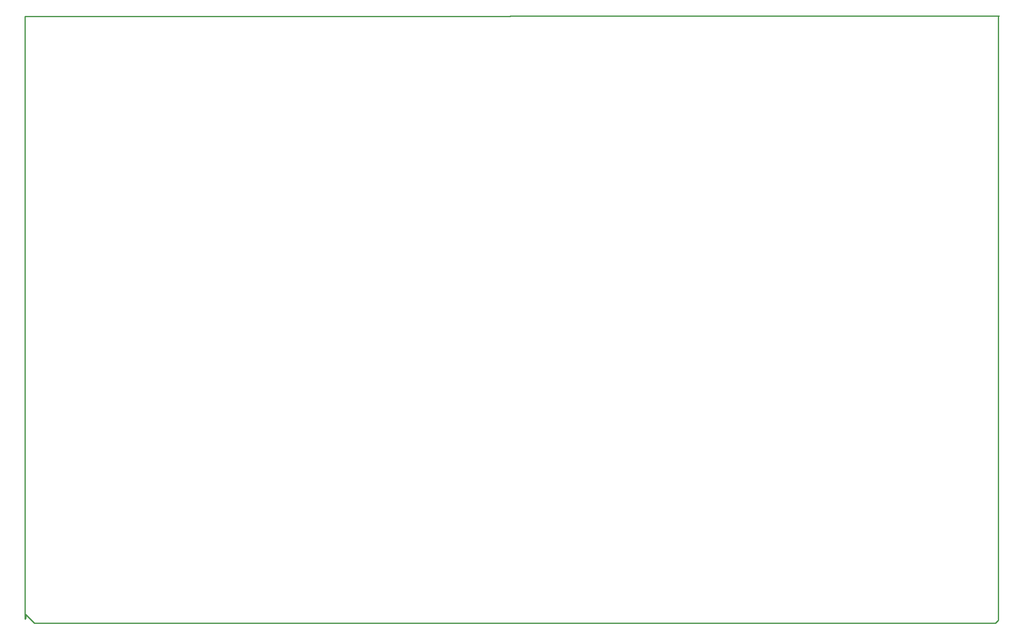
<source format=gko>
G04*
G04 #@! TF.GenerationSoftware,Altium Limited,Altium Designer,21.4.1 (30)*
G04*
G04 Layer_Color=16711935*
%FSLAX25Y25*%
%MOIN*%
G70*
G04*
G04 #@! TF.SameCoordinates,DDA1B4C3-BA79-4B98-AE68-5F17814B577F*
G04*
G04*
G04 #@! TF.FilePolarity,Positive*
G04*
G01*
G75*
%ADD14C,0.01000*%
D14*
X790500Y-1000D02*
X793000Y1500D01*
X-1000Y2500D02*
X-500Y3000D01*
Y6000D01*
X6500Y-1000D01*
X790500D01*
X793000Y1500D02*
Y494000D01*
X793500Y494500D01*
X395000D02*
X793500D01*
X394500Y494000D02*
X395000Y494500D01*
X-1000Y494000D02*
X394500D01*
X-1000Y2500D02*
Y494000D01*
M02*

</source>
